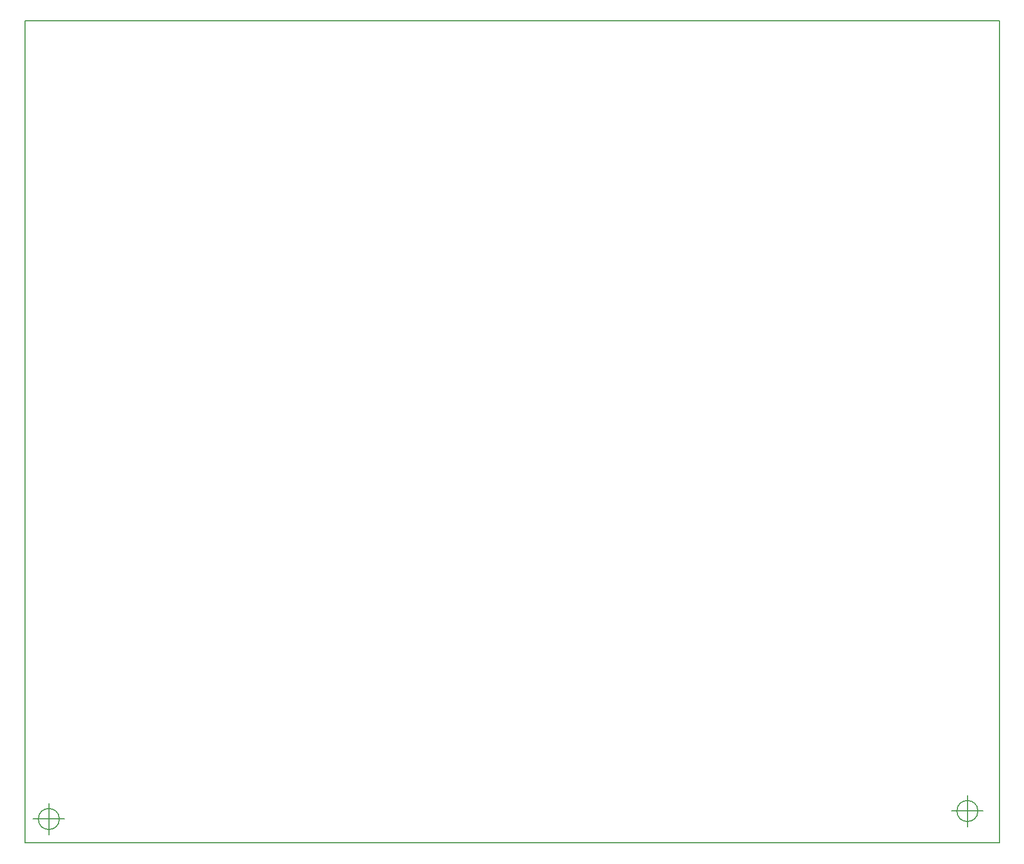
<source format=gbr>
G04 #@! TF.FileFunction,Profile,NP*
%FSLAX46Y46*%
G04 Gerber Fmt 4.6, Leading zero omitted, Abs format (unit mm)*
G04 Created by KiCad (PCBNEW 4.0.7) date 11/30/18 16:36:38*
%MOMM*%
%LPD*%
G01*
G04 APERTURE LIST*
%ADD10C,0.100000*%
%ADD11C,0.150000*%
G04 APERTURE END LIST*
D10*
D11*
X48260000Y-21590000D02*
X203200000Y-21590000D01*
X48260000Y-152400000D02*
X48260000Y-21590000D01*
X203200000Y-152400000D02*
X48260000Y-152400000D01*
X203200000Y-21590000D02*
X203200000Y-152400000D01*
X53736666Y-148590000D02*
G75*
G03X53736666Y-148590000I-1666666J0D01*
G01*
X49570000Y-148590000D02*
X54570000Y-148590000D01*
X52070000Y-146090000D02*
X52070000Y-151090000D01*
X199786666Y-147320000D02*
G75*
G03X199786666Y-147320000I-1666666J0D01*
G01*
X195620000Y-147320000D02*
X200620000Y-147320000D01*
X198120000Y-144820000D02*
X198120000Y-149820000D01*
M02*

</source>
